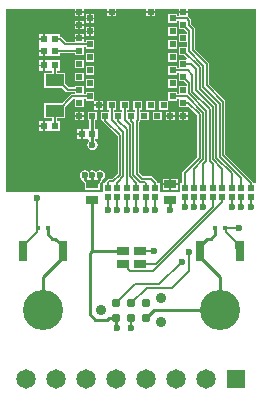
<source format=gtl>
G04*
G04 #@! TF.GenerationSoftware,Altium Limited,Altium Designer,21.6.4 (81)*
G04*
G04 Layer_Physical_Order=1*
G04 Layer_Color=255*
%FSLAX44Y44*%
%MOMM*%
G71*
G04*
G04 #@! TF.SameCoordinates,73C44879-B0ED-4A5D-A374-7D9F3B14191D*
G04*
G04*
G04 #@! TF.FilePolarity,Positive*
G04*
G01*
G75*
%ADD11C,0.2540*%
%ADD14R,1.0000X0.8000*%
%ADD15R,0.6200X0.6200*%
%ADD16R,0.5500X0.5200*%
%ADD17R,1.0200X0.6400*%
%ADD18R,1.5500X1.0000*%
%ADD19R,0.4900X0.4900*%
%ADD20R,0.8000X1.7000*%
%ADD22R,0.3600X0.3500*%
%ADD36C,0.7900*%
%ADD37C,0.1520*%
%ADD38C,0.1524*%
%ADD39C,3.4000*%
%ADD40C,1.6500*%
%ADD41R,1.6500X1.6500*%
%ADD42C,0.9000*%
%ADD43C,0.6000*%
G36*
X215922Y208759D02*
X215020Y207870D01*
X213070D01*
Y208110D01*
X212912Y208902D01*
X212464Y209573D01*
X189560Y232477D01*
Y276760D01*
X189402Y277552D01*
X188954Y278223D01*
X175820Y291357D01*
Y308598D01*
X175662Y309391D01*
X175214Y310062D01*
X163860Y321416D01*
Y338460D01*
X163702Y339252D01*
X163254Y339924D01*
X160800Y342377D01*
Y345520D01*
X160642Y346312D01*
X160194Y346984D01*
X158464Y348714D01*
X157792Y349162D01*
X157720Y349177D01*
Y351988D01*
X154000D01*
X150280D01*
Y349320D01*
X148720D01*
Y350970D01*
X141280D01*
Y343530D01*
X148720D01*
Y345180D01*
X150280D01*
Y338030D01*
X154793D01*
X156680Y336143D01*
Y334470D01*
X150280D01*
Y327030D01*
X156680D01*
Y323470D01*
X150280D01*
Y316030D01*
X154793D01*
X157083Y313740D01*
X156557Y312470D01*
X150280D01*
Y305320D01*
X148720D01*
Y306970D01*
X141280D01*
Y299530D01*
X148720D01*
Y301180D01*
X150280D01*
Y294030D01*
X154793D01*
X156680Y292143D01*
Y290470D01*
X150280D01*
Y283320D01*
X148720D01*
Y284970D01*
X141280D01*
Y278744D01*
X141280Y278714D01*
X141223Y277527D01*
X140035Y277470D01*
X140006Y277470D01*
X133780D01*
Y270030D01*
X141220D01*
Y276256D01*
X141220Y276285D01*
X141277Y277473D01*
X142464Y277530D01*
X142494Y277530D01*
X148720D01*
Y279180D01*
X150280D01*
Y272030D01*
X157720D01*
Y272030D01*
X158655Y272418D01*
X165810Y265263D01*
Y229879D01*
X153536Y217605D01*
X153088Y216933D01*
X152930Y216141D01*
Y207870D01*
X150980D01*
Y200130D01*
X149764Y200000D01*
X135236D01*
X134020Y200130D01*
X134020Y201270D01*
Y207870D01*
X132072D01*
Y208000D01*
X131914Y208793D01*
X131465Y209465D01*
X131465Y209465D01*
X127921Y213009D01*
X127249Y213458D01*
X126456Y213616D01*
X126456Y213616D01*
X119515D01*
X116616Y216516D01*
Y259642D01*
X116965Y259991D01*
X116965Y259991D01*
X117414Y260663D01*
X117487Y261030D01*
X124720D01*
Y268470D01*
X117572D01*
Y270030D01*
X119220D01*
Y277470D01*
X111780D01*
Y270030D01*
X113428D01*
Y268470D01*
X106572D01*
Y270030D01*
X108220D01*
Y277470D01*
X100780D01*
Y270030D01*
X102428D01*
Y268470D01*
X95572D01*
Y270030D01*
X97220D01*
Y277470D01*
X89780D01*
Y270030D01*
X91428D01*
Y268470D01*
X84280D01*
Y261030D01*
X84704D01*
X85928Y260750D01*
X86086Y259957D01*
X86535Y259285D01*
X98340Y247480D01*
Y215770D01*
X93892Y211322D01*
X90893D01*
X90893Y211322D01*
X90100Y211164D01*
X89428Y210715D01*
X89428Y210715D01*
X88535Y209822D01*
X88086Y209150D01*
X87928Y208357D01*
X86842Y207870D01*
X85980D01*
X85980Y200130D01*
X84764Y200000D01*
X4078D01*
X4078Y355250D01*
X62280D01*
Y353512D01*
X66000D01*
X69720D01*
Y355250D01*
X89780D01*
Y353512D01*
X93500D01*
X97220D01*
Y355250D01*
X122780D01*
Y353512D01*
X126500D01*
X130220D01*
Y355250D01*
X150280D01*
Y353512D01*
X154000D01*
X157720D01*
Y355250D01*
X215922D01*
X215922Y208759D01*
D02*
G37*
%LPC*%
G36*
X130220Y351988D02*
X127262D01*
Y349030D01*
X130220D01*
Y351988D01*
D02*
G37*
G36*
X125738D02*
X122780D01*
Y349030D01*
X125738D01*
Y351988D01*
D02*
G37*
G36*
X97220Y351988D02*
X94262D01*
Y349030D01*
X97220D01*
Y351988D01*
D02*
G37*
G36*
X92738D02*
X89780D01*
Y349030D01*
X92738D01*
Y351988D01*
D02*
G37*
G36*
X69720Y351988D02*
X66762D01*
Y349030D01*
X69720D01*
Y351988D01*
D02*
G37*
G36*
X65238D02*
X62280D01*
Y349030D01*
X65238D01*
Y351988D01*
D02*
G37*
G36*
X78720Y350970D02*
X75762D01*
Y348012D01*
X78720D01*
Y350970D01*
D02*
G37*
G36*
X74238D02*
X71280D01*
Y348012D01*
X74238D01*
Y350970D01*
D02*
G37*
G36*
X78720Y346488D02*
X75762D01*
Y343530D01*
X78720D01*
Y346488D01*
D02*
G37*
G36*
X74238D02*
X71280D01*
Y343530D01*
X74238D01*
Y346488D01*
D02*
G37*
G36*
X69720Y345470D02*
X66762D01*
Y342512D01*
X69720D01*
Y345470D01*
D02*
G37*
G36*
X65238D02*
X62280D01*
Y342512D01*
X65238D01*
Y345470D01*
D02*
G37*
G36*
X69720Y340988D02*
X66762D01*
Y338030D01*
X69720D01*
Y340988D01*
D02*
G37*
G36*
X65238D02*
X62280D01*
Y338030D01*
X65238D01*
Y340988D01*
D02*
G37*
G36*
X78720Y339970D02*
X75762D01*
Y337012D01*
X78720D01*
Y339970D01*
D02*
G37*
G36*
X74238D02*
X71280D01*
Y337012D01*
X74238D01*
Y339970D01*
D02*
G37*
G36*
X148720D02*
X141280D01*
Y332530D01*
X148720D01*
Y339970D01*
D02*
G37*
G36*
X78720Y335488D02*
X75762D01*
Y332530D01*
X78720D01*
Y335488D01*
D02*
G37*
G36*
X74238D02*
X71280D01*
Y332530D01*
X74238D01*
Y335488D01*
D02*
G37*
G36*
X69720Y334470D02*
X66762D01*
Y331512D01*
X69720D01*
Y334470D01*
D02*
G37*
G36*
X65238D02*
X62280D01*
Y331512D01*
X65238D01*
Y334470D01*
D02*
G37*
G36*
X35238Y334120D02*
X31630D01*
Y330512D01*
X35238D01*
Y334120D01*
D02*
G37*
G36*
X148720Y328970D02*
X141280D01*
Y321530D01*
X148720D01*
Y328970D01*
D02*
G37*
G36*
X40630Y334120D02*
X39360Y334120D01*
X36762D01*
Y329750D01*
X36000D01*
Y328988D01*
X31630D01*
Y325390D01*
X31630Y325380D01*
Y324120D01*
X31630Y324110D01*
Y320512D01*
X36000D01*
Y319750D01*
X36762D01*
Y315380D01*
X39360D01*
X40370Y315380D01*
X41640Y315380D01*
X49370D01*
Y317680D01*
X62280D01*
Y316030D01*
X69720D01*
Y323180D01*
X71280D01*
Y321530D01*
X78720D01*
Y328970D01*
X71280D01*
Y327320D01*
X69720D01*
Y329988D01*
X66000D01*
X62280D01*
Y327320D01*
X54857D01*
X50964Y331213D01*
X50292Y331662D01*
X49500Y331820D01*
X49370D01*
Y334120D01*
X41640D01*
X40630Y334120D01*
D02*
G37*
G36*
X35238Y318988D02*
X31630D01*
Y315380D01*
X35238D01*
Y318988D01*
D02*
G37*
G36*
X148720Y317970D02*
X141280D01*
Y310530D01*
X148720D01*
Y317970D01*
D02*
G37*
G36*
X78720D02*
X71280D01*
Y310530D01*
X78720D01*
Y317970D01*
D02*
G37*
G36*
X35238Y311870D02*
X31630D01*
Y308262D01*
X35238D01*
Y311870D01*
D02*
G37*
G36*
X69720Y312470D02*
X62280D01*
Y305030D01*
X69720D01*
Y312470D01*
D02*
G37*
G36*
X35238Y306738D02*
X31630D01*
Y303130D01*
X35238D01*
Y306738D01*
D02*
G37*
G36*
X78720Y306970D02*
X71280D01*
Y299530D01*
X78720D01*
Y306970D01*
D02*
G37*
G36*
X69720Y301470D02*
X62280D01*
Y294030D01*
X69720D01*
Y301470D01*
D02*
G37*
G36*
X78720Y295970D02*
X71280D01*
Y288530D01*
X78720D01*
Y295970D01*
D02*
G37*
G36*
X148720Y295970D02*
X141280D01*
Y288530D01*
X148720D01*
Y295970D01*
D02*
G37*
G36*
X83262Y277470D02*
Y274512D01*
X86220D01*
Y277470D01*
X83262D01*
D02*
G37*
G36*
X40630Y311870D02*
X39360Y311870D01*
X36762D01*
Y307500D01*
Y303130D01*
X39360D01*
X40370Y303130D01*
X41640Y303130D01*
X42928D01*
Y301270D01*
X35980D01*
Y288730D01*
X51090D01*
X54535Y285285D01*
X54535Y285285D01*
X55207Y284836D01*
X56000Y284678D01*
X56000Y284678D01*
X62280D01*
Y283320D01*
X60000D01*
X59208Y283162D01*
X58537Y282714D01*
X51093Y275270D01*
X35980D01*
Y262730D01*
X42790D01*
X42872Y261460D01*
X42032Y260620D01*
X40630Y260620D01*
X39360Y260620D01*
X36762D01*
Y256250D01*
Y251880D01*
X39360D01*
X40370Y251880D01*
X41640Y251880D01*
X49370D01*
Y260620D01*
X47070D01*
Y262730D01*
X54020D01*
Y272343D01*
X60857Y279180D01*
X62280D01*
Y272030D01*
X69720D01*
Y279180D01*
X71280D01*
Y277530D01*
X77506D01*
X77536Y277530D01*
X78723Y277473D01*
X78780Y276285D01*
X78780Y276256D01*
Y274512D01*
X81738D01*
Y277470D01*
X79994D01*
X79964Y277470D01*
X78777Y277527D01*
X78720Y278714D01*
X78720Y278744D01*
Y284970D01*
X71280D01*
Y283320D01*
X69720D01*
Y290470D01*
X62280D01*
Y288822D01*
X56858D01*
X54020Y291660D01*
Y301270D01*
X47072D01*
Y303130D01*
X49370D01*
Y311870D01*
X40630Y311870D01*
D02*
G37*
G36*
X130220Y277470D02*
X122780D01*
Y270030D01*
X130220D01*
Y277470D01*
D02*
G37*
G36*
X86220Y272988D02*
X83262D01*
Y270030D01*
X86220D01*
Y272988D01*
D02*
G37*
G36*
X81738D02*
X78780D01*
Y270030D01*
X81738D01*
Y272988D01*
D02*
G37*
G36*
X157720Y268470D02*
X154762D01*
Y265512D01*
X157720D01*
Y268470D01*
D02*
G37*
G36*
X153238D02*
X150280D01*
Y265512D01*
X153238D01*
Y268470D01*
D02*
G37*
G36*
X146720D02*
X143762D01*
Y265512D01*
X146720D01*
Y268470D01*
D02*
G37*
G36*
X69720D02*
X66762D01*
Y265512D01*
X69720D01*
Y268470D01*
D02*
G37*
G36*
X142238D02*
X139280D01*
Y265512D01*
X142238D01*
Y268470D01*
D02*
G37*
G36*
X65238D02*
X62280D01*
Y265512D01*
X65238D01*
Y268470D01*
D02*
G37*
G36*
X157720Y263988D02*
X154762D01*
Y261030D01*
X157720D01*
Y263988D01*
D02*
G37*
G36*
X153238D02*
X150280D01*
Y261030D01*
X153238D01*
Y263988D01*
D02*
G37*
G36*
X146720Y263988D02*
X143762D01*
Y261030D01*
X146720D01*
Y263988D01*
D02*
G37*
G36*
X142238D02*
X139280D01*
Y261030D01*
X142238D01*
Y263988D01*
D02*
G37*
G36*
X135720Y268470D02*
X128280D01*
Y261030D01*
X135720D01*
Y268470D01*
D02*
G37*
G36*
X69720Y263988D02*
X66762D01*
Y261030D01*
X69720D01*
Y263988D01*
D02*
G37*
G36*
X65238D02*
X62280D01*
Y261030D01*
X65238D01*
Y263988D01*
D02*
G37*
G36*
X35238Y260620D02*
X31630D01*
Y257012D01*
X35238D01*
Y260620D01*
D02*
G37*
G36*
X80720Y268470D02*
X73280D01*
Y261030D01*
X74410D01*
Y254768D01*
X73512Y253870D01*
X72630D01*
X71360Y253870D01*
X68762D01*
Y249500D01*
Y245130D01*
X71360D01*
X72370Y245130D01*
X73512Y245130D01*
X73894Y244749D01*
X73921Y243328D01*
X72978Y241916D01*
X72646Y240250D01*
X72978Y238584D01*
X73921Y237171D01*
X75334Y236228D01*
X77000Y235896D01*
X78666Y236228D01*
X80078Y237171D01*
X81022Y238584D01*
X81354Y240250D01*
X81022Y241916D01*
X80078Y243328D01*
X79590Y243655D01*
Y245130D01*
X81370D01*
Y253870D01*
X79590D01*
Y261030D01*
X80720D01*
Y268470D01*
D02*
G37*
G36*
X35238Y255488D02*
X31630D01*
Y251880D01*
X35238D01*
Y255488D01*
D02*
G37*
G36*
X67238Y253870D02*
X63630D01*
Y250262D01*
X67238D01*
Y253870D01*
D02*
G37*
G36*
Y248738D02*
X63630D01*
Y245130D01*
X67238D01*
Y248738D01*
D02*
G37*
G36*
X83500Y218854D02*
X81834Y218522D01*
X80422Y217579D01*
X80078D01*
X78666Y218522D01*
X77000Y218854D01*
X75334Y218522D01*
X74740Y218126D01*
X73750Y217659D01*
X72760Y218126D01*
X72166Y218522D01*
X70500Y218854D01*
X68834Y218522D01*
X67421Y217579D01*
X66478Y216166D01*
X66146Y214500D01*
X66478Y212834D01*
X67421Y211422D01*
X68603Y210632D01*
X68769Y209797D01*
X69331Y208957D01*
X70630Y207658D01*
Y202380D01*
X83370D01*
Y207658D01*
X84669Y208957D01*
X85231Y209797D01*
X85397Y210632D01*
X86579Y211422D01*
X87522Y212834D01*
X87854Y214500D01*
X87522Y216166D01*
X86579Y217579D01*
X85166Y218522D01*
X83500Y218854D01*
D02*
G37*
G36*
X149370Y211320D02*
X143762D01*
Y207612D01*
X149370D01*
Y211320D01*
D02*
G37*
G36*
X142238D02*
X136630D01*
Y207612D01*
X142238D01*
Y211320D01*
D02*
G37*
G36*
X149370Y206088D02*
X143762D01*
Y202380D01*
X149370D01*
Y206088D01*
D02*
G37*
G36*
X142238D02*
X136630D01*
Y202380D01*
X142238D01*
Y206088D01*
D02*
G37*
%LPD*%
D11*
X75000Y148500D02*
X77000Y150500D01*
X75000Y96750D02*
Y148500D01*
Y96750D02*
X79500Y92250D01*
X102500Y150500D02*
X102500Y150500D01*
X77000Y150500D02*
X102500D01*
X77000D02*
Y193150D01*
X77000Y251500D02*
Y264750D01*
Y240250D02*
Y262750D01*
Y240250D02*
X77000Y240250D01*
X75100Y206850D02*
X77000D01*
X71162Y210788D02*
X75100Y206850D01*
X71162Y210788D02*
Y213838D01*
X70500Y214500D02*
X71162Y213838D01*
X77000Y206850D02*
Y214500D01*
Y206850D02*
X78900D01*
X82838Y210788D01*
Y213838D01*
X83500Y214500D01*
X122700Y93750D02*
X128950Y100000D01*
X185000D01*
X97400Y85640D02*
X97500Y85540D01*
X97400Y85640D02*
Y93650D01*
X97300Y93750D02*
X97400Y93650D01*
X52000Y150000D02*
Y154500D01*
X45665Y160835D02*
X52000Y154500D01*
X42805Y160835D02*
X45665D01*
X39200Y164440D02*
X42805Y160835D01*
X39200Y164440D02*
Y170000D01*
X35000Y100000D02*
Y128500D01*
X52000Y145500D01*
Y150000D01*
X185000Y100000D02*
Y128500D01*
X168000Y145500D02*
X185000Y128500D01*
X168000Y145500D02*
Y150000D01*
Y154500D01*
X174335Y160835D01*
X177195D01*
X180800Y164440D01*
Y170000D01*
X180852Y170052D01*
X143000Y185000D02*
Y193150D01*
X89750Y92250D02*
X91250Y93750D01*
X79500Y92250D02*
X89750D01*
X91250Y93750D02*
X97300D01*
D14*
X102500Y139500D02*
D03*
X117500D02*
D03*
Y150500D02*
D03*
X102500D02*
D03*
D15*
X68000Y249500D02*
D03*
X77000D02*
D03*
X36000Y319750D02*
D03*
X45000D02*
D03*
X36000Y329750D02*
D03*
X45000D02*
D03*
X36000Y256250D02*
D03*
X45000D02*
D03*
X36000Y307500D02*
D03*
X45000D02*
D03*
D16*
X98000Y196000D02*
D03*
Y204000D02*
D03*
X211000Y196000D02*
D03*
Y204000D02*
D03*
X203000Y196000D02*
D03*
Y204000D02*
D03*
X195000Y196000D02*
D03*
Y204000D02*
D03*
X122000D02*
D03*
Y196000D02*
D03*
X106000Y204000D02*
D03*
Y196000D02*
D03*
X90000Y204000D02*
D03*
Y196000D02*
D03*
X130000Y204000D02*
D03*
Y196000D02*
D03*
X114000Y204000D02*
D03*
Y196000D02*
D03*
X155000D02*
D03*
Y204000D02*
D03*
X163000Y196000D02*
D03*
Y204000D02*
D03*
X171000Y196000D02*
D03*
Y204000D02*
D03*
X179000Y196000D02*
D03*
Y204000D02*
D03*
X187000Y196000D02*
D03*
Y204000D02*
D03*
D17*
X77000Y193150D02*
D03*
Y206850D02*
D03*
X143000Y193150D02*
D03*
Y206850D02*
D03*
D18*
X45000Y269000D02*
D03*
Y295000D02*
D03*
D19*
X145000Y347250D02*
D03*
Y336250D02*
D03*
Y325250D02*
D03*
Y314250D02*
D03*
Y303250D02*
D03*
Y292250D02*
D03*
Y281250D02*
D03*
X154000Y352750D02*
D03*
Y341750D02*
D03*
Y330750D02*
D03*
Y319750D02*
D03*
Y308750D02*
D03*
Y297750D02*
D03*
Y286750D02*
D03*
Y275750D02*
D03*
X137500Y273750D02*
D03*
X126500D02*
D03*
X115500D02*
D03*
X104500D02*
D03*
X93500D02*
D03*
X82500D02*
D03*
X154000Y264750D02*
D03*
X143000D02*
D03*
X132000D02*
D03*
X121000D02*
D03*
X110000D02*
D03*
X99000D02*
D03*
X88000D02*
D03*
X77000D02*
D03*
X66000D02*
D03*
Y352750D02*
D03*
X75000Y347250D02*
D03*
X66000Y341750D02*
D03*
Y330750D02*
D03*
Y319750D02*
D03*
Y308750D02*
D03*
Y297750D02*
D03*
Y286750D02*
D03*
Y275750D02*
D03*
X75000Y336250D02*
D03*
Y325250D02*
D03*
Y314250D02*
D03*
Y303250D02*
D03*
Y292250D02*
D03*
Y281250D02*
D03*
X126500Y352750D02*
D03*
X93500D02*
D03*
D20*
X202000Y150000D02*
D03*
X168000D02*
D03*
X18000D02*
D03*
X52000D02*
D03*
D22*
X180800Y170000D02*
D03*
X189200D02*
D03*
X39200Y170000D02*
D03*
X30800D02*
D03*
D36*
X122700Y106450D02*
D03*
Y93750D02*
D03*
X110000Y106450D02*
D03*
Y93750D02*
D03*
X97300Y106450D02*
D03*
Y93750D02*
D03*
D37*
X117500Y150500D02*
X128750D01*
X128750Y150500D01*
X130750Y139500D02*
X179000Y187750D01*
X117500Y139500D02*
X130750D01*
X102500D02*
X103500D01*
X106740Y136260D01*
Y135260D02*
Y136260D01*
Y135260D02*
X108530Y133470D01*
X128666D01*
X113350Y122500D02*
X133750D01*
X97300Y106450D02*
X113350Y122500D01*
X110000Y106450D02*
X123010Y119460D01*
X144509D01*
X29750Y171050D02*
Y195000D01*
X201250Y170000D02*
X201250Y170000D01*
X189250Y170000D02*
X201250D01*
X155000Y187500D02*
Y196000D01*
X211000Y187500D02*
Y195967D01*
X211017Y195983D01*
X211000Y196000D02*
X211017Y195983D01*
X203000Y187500D02*
Y196000D01*
X195000Y187500D02*
Y196000D01*
X163000Y187500D02*
Y196000D01*
X171000Y187500D02*
Y195941D01*
X110000Y85540D02*
Y93750D01*
X179000Y187750D02*
Y196000D01*
X128666Y133470D02*
X186897Y191701D01*
Y195897D01*
X187000Y196000D01*
X170970Y195970D02*
X171000Y196000D01*
X170970Y195970D02*
X171000Y195941D01*
X189200Y170000D02*
X189250D01*
X144509Y119460D02*
X158811Y133762D01*
Y149939D01*
X133750Y122500D02*
X152500Y141250D01*
X130000Y185000D02*
Y196000D01*
X122000Y185000D02*
Y196000D01*
Y185000D02*
X122000Y185000D01*
X106000D02*
Y196000D01*
X171000Y204000D02*
Y224250D01*
X173500Y226750D01*
Y269098D01*
X167880Y229021D02*
Y266120D01*
X163000Y204000D02*
Y220196D01*
X170710Y227906D02*
Y267589D01*
X155000Y216141D02*
X167880Y229021D01*
X163000Y220196D02*
X170710Y227906D01*
X155000Y204000D02*
Y216141D01*
X176330Y226670D02*
Y270568D01*
X179000Y204000D02*
Y224000D01*
X176330Y226670D02*
X179000Y224000D01*
X203000Y204000D02*
Y212000D01*
X184700Y230300D02*
Y275251D01*
X179120Y227880D02*
Y272077D01*
X184700Y230300D02*
X203000Y212000D01*
X179120Y227880D02*
X187000Y220000D01*
X195000Y204000D02*
Y216000D01*
X187000Y204000D02*
Y220000D01*
X181910Y229090D02*
Y273586D01*
Y229090D02*
X195000Y216000D01*
X187490Y231619D02*
X211000Y208110D01*
Y204000D02*
Y208110D01*
X187490Y231619D02*
Y276760D01*
X158750Y283848D02*
X173500Y269098D01*
X157049Y281250D02*
X170710Y267589D01*
X158250Y275750D02*
X167880Y266120D01*
X161790Y320558D02*
X173750Y308598D01*
Y290500D02*
X187490Y276760D01*
X173750Y290500D02*
Y308598D01*
X158750Y319299D02*
X170750Y307299D01*
Y289201D02*
Y307299D01*
Y289201D02*
X184700Y275251D01*
X167750Y287746D02*
Y306000D01*
X154000Y319750D02*
X167750Y306000D01*
Y287746D02*
X181910Y273586D01*
X160250Y308750D02*
X164750Y304250D01*
Y286447D02*
Y304250D01*
Y286447D02*
X179120Y272077D01*
X161750Y285148D02*
Y299750D01*
X158250Y303250D02*
X161750Y299750D01*
Y285148D02*
X176330Y270568D01*
X158750Y283848D02*
Y293000D01*
X154000Y297750D02*
X158750Y293000D01*
X45000Y329750D02*
X49500D01*
X54000Y325250D02*
X75000D01*
X49500Y329750D02*
X54000Y325250D01*
X158730Y341520D02*
Y345520D01*
X161790Y320558D02*
Y338460D01*
X158730Y341520D02*
X161790Y338460D01*
X154000Y341750D02*
X158750Y337000D01*
Y319299D02*
Y337000D01*
X145000Y347250D02*
X157000D01*
X158730Y345520D01*
X29750Y171050D02*
X30800Y170000D01*
X189150Y170000D02*
X189200D01*
X198760Y153240D02*
X202000Y150000D01*
X190240Y166260D02*
Y169010D01*
Y166260D02*
X198760Y157740D01*
Y153240D02*
Y157740D01*
X145000Y281250D02*
X157049D01*
X154000Y275750D02*
X158250D01*
X154000Y308750D02*
X160250D01*
X145000Y303250D02*
X158250D01*
X45000Y319750D02*
X66000D01*
X45000Y319750D02*
X45000Y319750D01*
X47750Y269000D02*
X60000Y281250D01*
X75000D02*
X75000Y281250D01*
X60000Y281250D02*
X75000D01*
X189250Y170000D02*
X190240Y169010D01*
X18000Y150000D02*
Y154500D01*
X29760Y166260D01*
Y169010D01*
X30750Y170000D01*
X30800D01*
X45000Y256250D02*
Y269000D01*
X45000Y256250D02*
X45000Y256250D01*
Y269000D02*
X47750D01*
D38*
X114000Y185000D02*
Y196000D01*
Y185000D02*
X114000Y185000D01*
X90000D02*
Y196000D01*
X98000Y185000D02*
Y196000D01*
X98000Y196000D02*
X98000Y196000D01*
X90893Y209250D02*
X94750D01*
X90000Y204000D02*
Y208357D01*
X90893Y209250D01*
X94750D02*
X100412Y214912D01*
Y248338D01*
X103206Y213500D02*
Y251294D01*
X98000Y208250D02*
X98750Y209000D01*
Y209044D02*
X103206Y213500D01*
X98750Y209000D02*
Y209044D01*
X93500Y261000D02*
X103206Y251294D01*
X98000Y204000D02*
Y208250D01*
X93500Y263750D02*
Y273750D01*
Y263750D02*
X93500Y263750D01*
Y261000D02*
Y263750D01*
X88000Y260750D02*
X100412Y248338D01*
X88000Y260750D02*
Y264750D01*
X99000Y260750D02*
X106000Y253750D01*
X104500Y261250D02*
X108794Y256956D01*
X106000Y204000D02*
Y253750D01*
X108794Y213456D02*
Y256956D01*
X99000Y260750D02*
Y264750D01*
X104500Y261250D02*
Y273750D01*
X114544Y260500D02*
X115500Y261456D01*
X110000Y260750D02*
X111750Y259000D01*
Y214500D02*
X117500Y208750D01*
X111750Y214500D02*
Y259000D01*
X114544Y215657D02*
X118657Y211544D01*
X108794Y213456D02*
X114000Y208250D01*
X114544Y215657D02*
Y260500D01*
X110000Y260750D02*
Y264750D01*
X110000Y264750D02*
X110000Y264750D01*
X130000Y204000D02*
Y208000D01*
X126456Y211544D02*
X130000Y208000D01*
X118657Y211544D02*
X126456D01*
X122000Y204000D02*
Y207857D01*
X117500Y208750D02*
X121107D01*
X122000Y207857D01*
X114000Y204000D02*
Y208250D01*
X115500Y261456D02*
Y273750D01*
X47750Y295000D02*
X56000Y286750D01*
X66000D01*
X45000Y295000D02*
Y307500D01*
X45000Y307500D02*
X45000Y307500D01*
Y295000D02*
X47750D01*
D39*
X185000Y100000D02*
D03*
X35000D02*
D03*
D40*
X71900Y42200D02*
D03*
X97300D02*
D03*
X122700D02*
D03*
X173500D02*
D03*
X148100D02*
D03*
X46500D02*
D03*
X21100D02*
D03*
D41*
X198900D02*
D03*
D42*
X135400Y89940D02*
D03*
Y110260D02*
D03*
X84600Y100100D02*
D03*
D43*
X128750Y150500D02*
D03*
X29750Y195000D02*
D03*
X201250Y170000D02*
D03*
X155000Y187500D02*
D03*
X211000D02*
D03*
X203000D02*
D03*
X195000D02*
D03*
X163000D02*
D03*
X171000D02*
D03*
X68000Y241750D02*
D03*
X60000Y249500D02*
D03*
X77000Y240250D02*
D03*
X66000Y257500D02*
D03*
X50000Y337500D02*
D03*
X35000D02*
D03*
X82500Y280500D02*
D03*
X212500Y217000D02*
D03*
Y232000D02*
D03*
Y247000D02*
D03*
Y262000D02*
D03*
Y277000D02*
D03*
Y292000D02*
D03*
Y307000D02*
D03*
Y322000D02*
D03*
Y337000D02*
D03*
Y352000D02*
D03*
X56000Y306750D02*
D03*
X45000Y282250D02*
D03*
X50000Y217000D02*
D03*
X35000D02*
D03*
X20000D02*
D03*
X65000Y203250D02*
D03*
X50000D02*
D03*
X35000D02*
D03*
X20000D02*
D03*
X7500D02*
D03*
Y217000D02*
D03*
Y232000D02*
D03*
Y247000D02*
D03*
Y262000D02*
D03*
Y277000D02*
D03*
Y292000D02*
D03*
Y322000D02*
D03*
Y307000D02*
D03*
Y337000D02*
D03*
Y352000D02*
D03*
X200000D02*
D03*
Y337000D02*
D03*
Y322000D02*
D03*
Y307000D02*
D03*
Y292000D02*
D03*
Y277000D02*
D03*
Y262000D02*
D03*
Y247000D02*
D03*
Y232000D02*
D03*
X185000Y352000D02*
D03*
Y337000D02*
D03*
Y322000D02*
D03*
Y307000D02*
D03*
Y292000D02*
D03*
X170000Y352000D02*
D03*
Y337000D02*
D03*
Y322000D02*
D03*
X155000Y247000D02*
D03*
Y232000D02*
D03*
X140000Y247000D02*
D03*
Y232000D02*
D03*
X125000Y337000D02*
D03*
Y322000D02*
D03*
Y307000D02*
D03*
Y292000D02*
D03*
Y247000D02*
D03*
Y232000D02*
D03*
X110000Y352000D02*
D03*
Y337000D02*
D03*
Y322000D02*
D03*
Y307000D02*
D03*
Y292000D02*
D03*
X95000Y337000D02*
D03*
Y322000D02*
D03*
Y307000D02*
D03*
Y292000D02*
D03*
Y232000D02*
D03*
X80000D02*
D03*
X65000D02*
D03*
X50000Y352000D02*
D03*
Y247000D02*
D03*
Y232000D02*
D03*
X35000Y352000D02*
D03*
Y247000D02*
D03*
Y232000D02*
D03*
X20000Y352000D02*
D03*
Y337000D02*
D03*
Y322000D02*
D03*
Y307000D02*
D03*
Y292000D02*
D03*
Y277000D02*
D03*
Y262000D02*
D03*
Y247000D02*
D03*
Y232000D02*
D03*
X83500Y214500D02*
D03*
X70500D02*
D03*
X77000D02*
D03*
X130000Y185000D02*
D03*
X114000D02*
D03*
X97500Y85540D02*
D03*
X110000D02*
D03*
X143000Y185000D02*
D03*
X152500Y141250D02*
D03*
X158811Y149939D02*
D03*
X122000Y185000D02*
D03*
X106000D02*
D03*
X90000D02*
D03*
X98000D02*
D03*
X149500Y214500D02*
D03*
X136500D02*
D03*
X143000D02*
D03*
X161000Y264750D02*
D03*
X154250Y257750D02*
D03*
X143000D02*
D03*
X58750Y264750D02*
D03*
X145750Y273250D02*
D03*
X74250Y273000D02*
D03*
X59250Y330750D02*
D03*
X133250Y352000D02*
D03*
X119750D02*
D03*
X100250D02*
D03*
X86750D02*
D03*
X160750D02*
D03*
X81750Y336250D02*
D03*
Y347250D02*
D03*
X59000Y341500D02*
D03*
Y352000D02*
D03*
M02*

</source>
